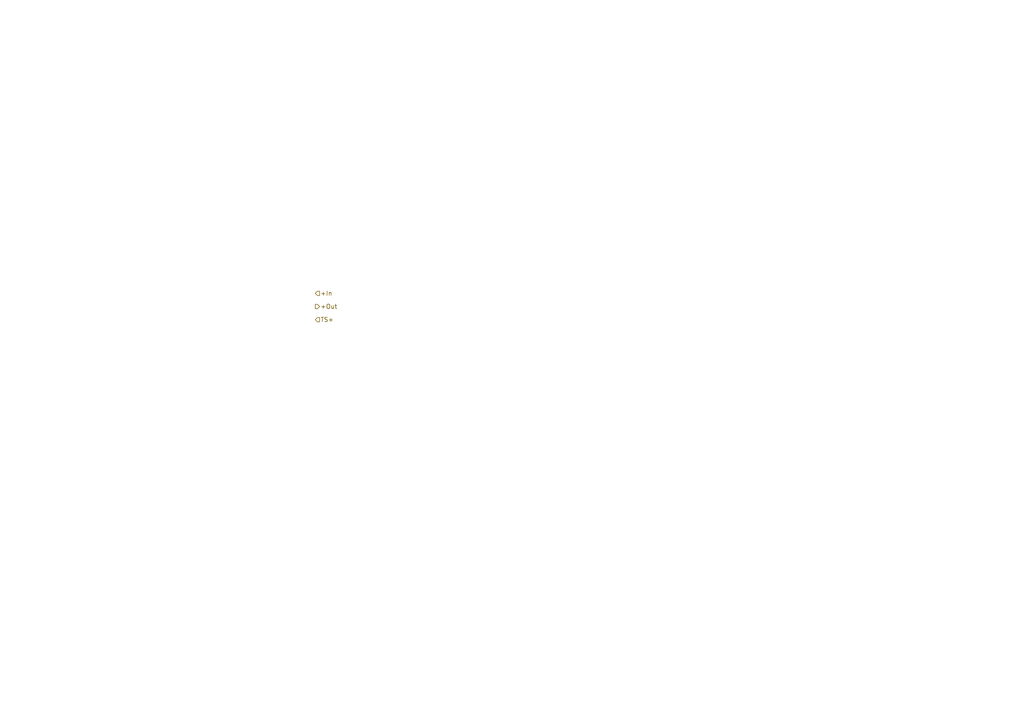
<source format=kicad_sch>
(kicad_sch
	(version 20231120)
	(generator "eeschema")
	(generator_version "8.0")
	(uuid "68001426-24b6-4d58-b6ff-f9f6efbb149b")
	(paper "A4")
	(lib_symbols)
	(hierarchical_label "TS+"
		(shape input)
		(at 91.44 92.71 0)
		(fields_autoplaced yes)
		(effects
			(font
				(size 1.27 1.27)
			)
			(justify left)
		)
		(uuid "14f14be7-5faa-43e7-9f6d-96914da80380")
	)
	(hierarchical_label "+In"
		(shape input)
		(at 91.44 85.09 0)
		(fields_autoplaced yes)
		(effects
			(font
				(size 1.27 1.27)
			)
			(justify left)
		)
		(uuid "75177b87-3264-4255-9cd4-90feee91e4b0")
	)
	(hierarchical_label "+Out"
		(shape output)
		(at 91.44 88.9 0)
		(fields_autoplaced yes)
		(effects
			(font
				(size 1.27 1.27)
			)
			(justify left)
		)
		(uuid "b38ec2f6-9724-4997-80bb-12d4644b79a7")
	)
)

</source>
